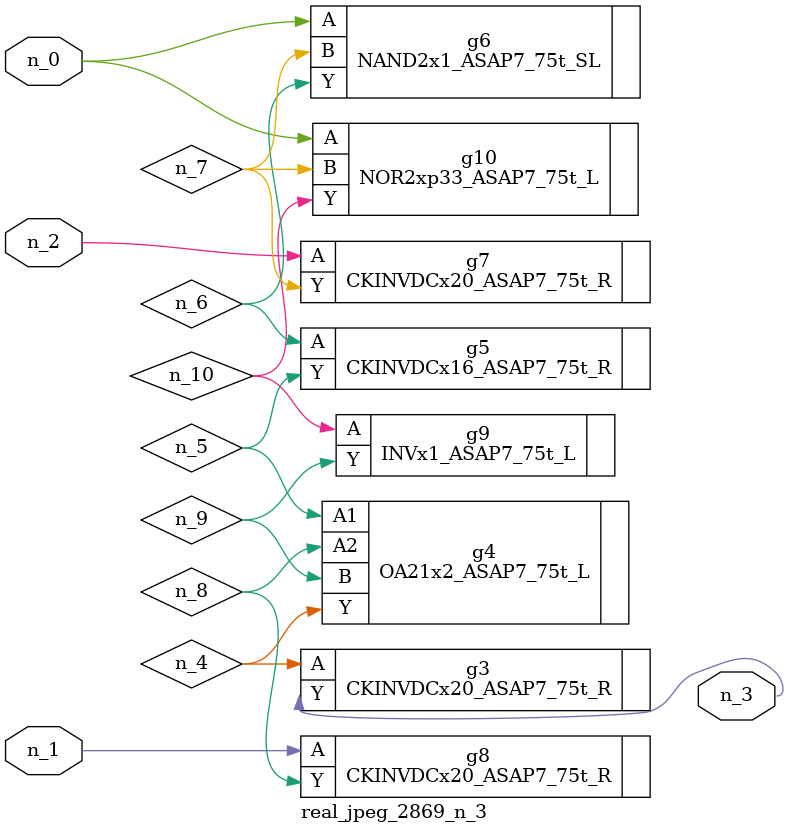
<source format=v>
module real_jpeg_2869_n_3 (n_1, n_0, n_2, n_3);

input n_1;
input n_0;
input n_2;

output n_3;

wire n_5;
wire n_4;
wire n_8;
wire n_6;
wire n_7;
wire n_10;
wire n_9;

NAND2x1_ASAP7_75t_SL g6 ( 
.A(n_0),
.B(n_7),
.Y(n_6)
);

NOR2xp33_ASAP7_75t_L g10 ( 
.A(n_0),
.B(n_7),
.Y(n_10)
);

CKINVDCx20_ASAP7_75t_R g8 ( 
.A(n_1),
.Y(n_8)
);

CKINVDCx20_ASAP7_75t_R g7 ( 
.A(n_2),
.Y(n_7)
);

CKINVDCx20_ASAP7_75t_R g3 ( 
.A(n_4),
.Y(n_3)
);

OA21x2_ASAP7_75t_L g4 ( 
.A1(n_5),
.A2(n_8),
.B(n_9),
.Y(n_4)
);

CKINVDCx16_ASAP7_75t_R g5 ( 
.A(n_6),
.Y(n_5)
);

INVx1_ASAP7_75t_L g9 ( 
.A(n_10),
.Y(n_9)
);


endmodule
</source>
